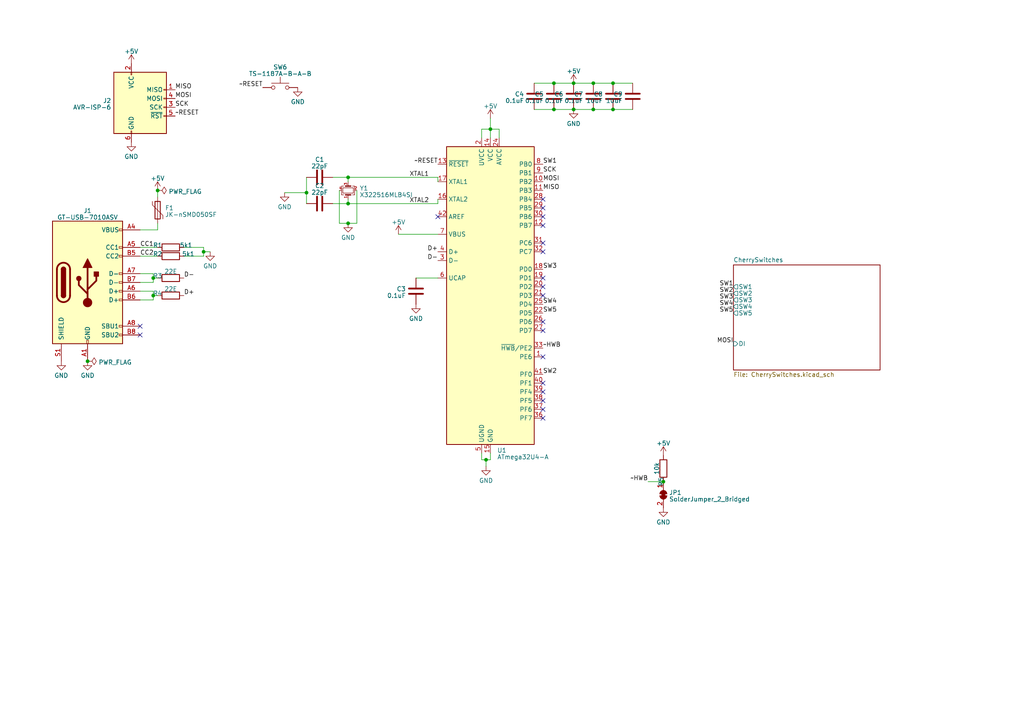
<source format=kicad_sch>
(kicad_sch (version 20230121) (generator eeschema)
  (paper "A4")
  (title_block (title "GO-button") (date "2023-03-08") (rev "1.0.0") (company "GZT") (comment 1 "Author: Gašper Doljak"))
  (lib_symbols
    (symbol "Connector:AVR-ISP-6" (pin_names (offset 1.016))
      (property "Reference" "J" (at -6.35 11.43 0))
      (property "Value" "AVR-ISP-6" (at 0 11.43 0))
      (symbol "AVR-ISP-6_0_1"
        (rectangle (start -2.667 -6.858) (end -2.413 -7.62))
        (rectangle (start -2.667 10.16) (end -2.413 9.398))
        (rectangle (start 7.62 -2.413) (end 6.858 -2.667))
        (rectangle (start 7.62 0.127) (end 6.858 -0.127))
        (rectangle (start 7.62 2.667) (end 6.858 2.413))
        (rectangle (start 7.62 5.207) (end 6.858 4.953))
        (rectangle (start 7.62 10.16) (end -7.62 -7.62) (stroke (width 0.254)) (fill (type background)))
      )
      (symbol "AVR-ISP-6_1_1"
        (pin passive line (at 10.16 5.08 180) (length 2.54) (name "MISO") (number "1"))
        (pin passive line (at -2.54 12.7 270) (length 2.54) (name "VCC") (number "2"))
        (pin passive line (at 10.16 0 180) (length 2.54) (name "SCK") (number "3"))
        (pin passive line (at 10.16 2.54 180) (length 2.54) (name "MOSI") (number "4"))
        (pin passive line (at 10.16 -2.54 180) (length 2.54) (name "~{RST}") (number "5"))
        (pin passive line (at -2.54 -10.16 90) (length 2.54) (name "GND") (number "6"))
      )
    )
    (symbol "Connector:USB_C_Receptacle_USB2.0" (pin_names (offset 1.016))
      (property "Reference" "J" (at -10.16 19.05 0))
      (property "Value" "USB_C_Receptacle_USB2.0" (at 19.05 19.05 0))
      (symbol "USB_C_Receptacle_USB2.0_0_0"
        (rectangle (start -0.254 -17.78) (end 0.254 -16.764))
        (rectangle (start 10.16 -14.986) (end 9.144 -15.494))
        (rectangle (start 10.16 -12.446) (end 9.144 -12.954))
        (rectangle (start 10.16 -4.826) (end 9.144 -5.334))
        (rectangle (start 10.16 -2.286) (end 9.144 -2.794))
        (rectangle (start 10.16 0.254) (end 9.144 -0.254))
        (rectangle (start 10.16 2.794) (end 9.144 2.286))
        (rectangle (start 10.16 7.874) (end 9.144 7.366))
        (rectangle (start 10.16 10.414) (end 9.144 9.906))
        (rectangle (start 10.16 15.494) (end 9.144 14.986))
      )
      (symbol "USB_C_Receptacle_USB2.0_0_1"
        (rectangle (start -10.16 17.78) (end 10.16 -17.78) (stroke (width 0.254)) (fill (type background)))
        (arc (start -8.89 -3.81) (mid -6.985 -5.7067) (end -5.08 -3.81) (stroke (width 0.508)))
        (arc (start -7.62 -3.81) (mid -6.985 -4.4423) (end -6.35 -3.81) (stroke (width 0.254)))
        (arc (start -7.62 -3.81) (mid -6.985 -4.4423) (end -6.35 -3.81) (stroke (width 0.254)) (fill (type outline)))
        (rectangle (start -7.62 -3.81) (end -6.35 3.81) (stroke (width 0.254)) (fill (type outline)))
        (arc (start -6.35 3.81) (mid -6.985 4.4423) (end -7.62 3.81) (stroke (width 0.254)))
        (arc (start -6.35 3.81) (mid -6.985 4.4423) (end -7.62 3.81) (stroke (width 0.254)) (fill (type outline)))
        (arc (start -5.08 3.81) (mid -6.985 5.7067) (end -8.89 3.81) (stroke (width 0.508)))
        (circle (center -2.54 1.143) (radius 0.635) (stroke (width 0.254)) (fill (type outline)))
        (circle (center 0 -5.842) (radius 1.27) (fill (type outline)))
        (polyline (pts (xy -8.89 -3.81) (xy -8.89 3.81)) (stroke (width 0.508)))
        (polyline (pts (xy -5.08 3.81) (xy -5.08 -3.81)) (stroke (width 0.508)))
        (polyline (pts (xy 0 -5.842) (xy 0 4.318)) (stroke (width 0.508)))
        (polyline (pts (xy 0 -3.302) (xy -2.54 -0.762) (xy -2.54 0.508)) (stroke (width 0.508)))
        (polyline (pts (xy 0 -2.032) (xy 2.54 0.508) (xy 2.54 1.778)) (stroke (width 0.508)))
        (polyline (pts (xy -1.27 4.318) (xy 0 6.858) (xy 1.27 4.318) (xy -1.27 4.318)) (stroke (width 0.254)) (fill (type outline)))
        (rectangle (start 1.905 1.778) (end 3.175 3.048) (stroke (width 0.254)) (fill (type outline)))
      )
      (symbol "USB_C_Receptacle_USB2.0_1_1"
        (pin passive line (at 0 -22.86 90) (length 5.08) (name "GND") (number "A1"))
        (pin passive line (at 0 -22.86 90) (length 5.08) hide (name "GND") (number "A12"))
        (pin passive line (at 15.24 15.24 180) (length 5.08) (name "VBUS") (number "A4"))
        (pin bidirectional line (at 15.24 10.16 180) (length 5.08) (name "CC1") (number "A5"))
        (pin bidirectional line (at 15.24 -2.54 180) (length 5.08) (name "D+") (number "A6"))
        (pin bidirectional line (at 15.24 2.54 180) (length 5.08) (name "D-") (number "A7"))
        (pin bidirectional line (at 15.24 -12.7 180) (length 5.08) (name "SBU1") (number "A8"))
        (pin passive line (at 15.24 15.24 180) (length 5.08) hide (name "VBUS") (number "A9"))
        (pin passive line (at 0 -22.86 90) (length 5.08) hide (name "GND") (number "B1"))
        (pin passive line (at 0 -22.86 90) (length 5.08) hide (name "GND") (number "B12"))
        (pin passive line (at 15.24 15.24 180) (length 5.08) hide (name "VBUS") (number "B4"))
        (pin bidirectional line (at 15.24 7.62 180) (length 5.08) (name "CC2") (number "B5"))
        (pin bidirectional line (at 15.24 -5.08 180) (length 5.08) (name "D+") (number "B6"))
        (pin bidirectional line (at 15.24 0 180) (length 5.08) (name "D-") (number "B7"))
        (pin bidirectional line (at 15.24 -15.24 180) (length 5.08) (name "SBU2") (number "B8"))
        (pin passive line (at 15.24 15.24 180) (length 5.08) hide (name "VBUS") (number "B9"))
        (pin passive line (at -7.62 -22.86 90) (length 5.08) (name "SHIELD") (number "S1"))
      )
    )
    (symbol "Device:C" (pin_numbers hide) (pin_names (offset 0.254))
      (property "Reference" "C" (at 0.635 2.54 0))
      (property "Value" "C" (at 0.635 -2.54 0))
      (symbol "C_0_1"
        (polyline (pts (xy -2.032 -0.762) (xy 2.032 -0.762)) (stroke (width 0.508)))
        (polyline (pts (xy -2.032 0.762) (xy 2.032 0.762)) (stroke (width 0.508)))
      )
      (symbol "C_1_1"
        (pin passive line (at 0 3.81 270) (length 2.794) (name "~") (number "1"))
        (pin passive line (at 0 -3.81 90) (length 2.794) (name "~") (number "2"))
      )
    )
    (symbol "Device:Crystal_GND24_Small" (pin_names (offset 1.016) hide)
      (property "Reference" "Y" (at 1.27 4.445 0))
      (property "Value" "Crystal_GND24_Small" (at 1.27 2.54 0))
      (symbol "Crystal_GND24_Small_0_1"
        (rectangle (start -0.762 -1.524) (end 0.762 1.524))
        (polyline (pts (xy -1.27 -0.762) (xy -1.27 0.762)) (stroke (width 0.381)))
        (polyline (pts (xy 1.27 -0.762) (xy 1.27 0.762)) (stroke (width 0.381)))
        (polyline (pts (xy -1.27 -1.27) (xy -1.27 -1.905) (xy 1.27 -1.905) (xy 1.27 -1.27)))
        (polyline (pts (xy -1.27 1.27) (xy -1.27 1.905) (xy 1.27 1.905) (xy 1.27 1.27)))
      )
      (symbol "Crystal_GND24_Small_1_1"
        (pin passive line (at -2.54 0 0) (length 1.27) (name "1") (number "1"))
        (pin passive line (at 0 -2.54 90) (length 0.635) (name "2") (number "2"))
        (pin passive line (at 2.54 0 180) (length 1.27) (name "3") (number "3"))
        (pin passive line (at 0 2.54 270) (length 0.635) (name "4") (number "4"))
      )
    )
    (symbol "Device:Polyfuse" (pin_numbers hide) (pin_names (offset 0))
      (property "Reference" "F" (at -2.54 0 90))
      (property "Value" "Polyfuse" (at 2.54 0 90))
      (symbol "Polyfuse_0_1"
        (rectangle (start -0.762 2.54) (end 0.762 -2.54) (stroke (width 0.254)))
        (polyline (pts (xy 0 2.54) (xy 0 -2.54)))
        (polyline (pts (xy -1.524 2.54) (xy -1.524 1.524) (xy 1.524 -1.524) (xy 1.524 -2.54)))
      )
      (symbol "Polyfuse_1_1"
        (pin passive line (at 0 3.81 270) (length 1.27) (name "~") (number "1"))
        (pin passive line (at 0 -3.81 90) (length 1.27) (name "~") (number "2"))
      )
    )
    (symbol "Device:R" (pin_numbers hide) (pin_names (offset 0))
      (property "Reference" "R" (at 2.032 0 90))
      (property "Value" "R" (at 0 0 90))
      (symbol "R_0_1"
        (rectangle (start -1.016 -2.54) (end 1.016 2.54) (stroke (width 0.254)))
      )
      (symbol "R_1_1"
        (pin passive line (at 0 3.81 270) (length 1.27) (name "~") (number "1"))
        (pin passive line (at 0 -3.81 90) (length 1.27) (name "~") (number "2"))
      )
    )
    (symbol "Jumper:SolderJumper_2_Bridged" (pin_names (offset 0) hide)
      (property "Reference" "JP" (at 0 2.032 0))
      (property "Value" "SolderJumper_2_Bridged" (at 0 -2.54 0))
      (symbol "SolderJumper_2_Bridged_0_1"
        (rectangle (start -0.508 0.508) (end 0.508 -0.508) (fill (type outline)))
        (arc (start -0.254 1.016) (mid -1.2656 0) (end -0.254 -1.016))
        (arc (start -0.254 1.016) (mid -1.2656 0) (end -0.254 -1.016) (fill (type outline)))
        (polyline (pts (xy -0.254 1.016) (xy -0.254 -1.016)))
        (polyline (pts (xy 0.254 1.016) (xy 0.254 -1.016)))
        (arc (start 0.254 -1.016) (mid 1.2656 0) (end 0.254 1.016))
        (arc (start 0.254 -1.016) (mid 1.2656 0) (end 0.254 1.016) (fill (type outline)))
      )
      (symbol "SolderJumper_2_Bridged_1_1"
        (pin passive line (at -3.81 0 0) (length 2.54) (name "A") (number "1"))
        (pin passive line (at 3.81 0 180) (length 2.54) (name "B") (number "2"))
      )
    )
    (symbol "MCU_Microchip_ATmega:ATmega32U4-A"
      (property "Reference" "U" (at -12.7 44.45 0))
      (property "Value" "ATmega32U4-A" (at 2.54 -44.45 0))
      (symbol "ATmega32U4-A_0_1"
        (rectangle (start -12.7 -43.18) (end 12.7 43.18) (stroke (width 0.254)) (fill (type background)))
      )
      (symbol "ATmega32U4-A_1_1"
        (pin bidirectional line (at 15.24 -17.78 180) (length 2.54) (name "PE6") (number "1"))
        (pin bidirectional line (at 15.24 33.02 180) (length 2.54) (name "PB2") (number "10"))
        (pin bidirectional line (at 15.24 30.48 180) (length 2.54) (name "PB3") (number "11"))
        (pin bidirectional line (at 15.24 20.32 180) (length 2.54) (name "PB7") (number "12"))
        (pin input line (at -15.24 38.1 0) (length 2.54) (name "~{RESET}") (number "13"))
        (pin power_in line (at 0 45.72 270) (length 2.54) (name "VCC") (number "14"))
        (pin power_in line (at 0 -45.72 90) (length 2.54) (name "GND") (number "15"))
        (pin output line (at -15.24 27.94 0) (length 2.54) (name "XTAL2") (number "16"))
        (pin input line (at -15.24 33.02 0) (length 2.54) (name "XTAL1") (number "17"))
        (pin bidirectional line (at 15.24 7.62 180) (length 2.54) (name "PD0") (number "18"))
        (pin bidirectional line (at 15.24 5.08 180) (length 2.54) (name "PD1") (number "19"))
        (pin power_in line (at -2.54 45.72 270) (length 2.54) (name "UVCC") (number "2"))
        (pin bidirectional line (at 15.24 2.54 180) (length 2.54) (name "PD2") (number "20"))
        (pin bidirectional line (at 15.24 0 180) (length 2.54) (name "PD3") (number "21"))
        (pin bidirectional line (at 15.24 -5.08 180) (length 2.54) (name "PD5") (number "22"))
        (pin passive line (at 0 -45.72 90) (length 2.54) hide (name "GND") (number "23"))
        (pin power_in line (at 2.54 45.72 270) (length 2.54) (name "AVCC") (number "24"))
        (pin bidirectional line (at 15.24 -2.54 180) (length 2.54) (name "PD4") (number "25"))
        (pin bidirectional line (at 15.24 -7.62 180) (length 2.54) (name "PD6") (number "26"))
        (pin bidirectional line (at 15.24 -10.16 180) (length 2.54) (name "PD7") (number "27"))
        (pin bidirectional line (at 15.24 27.94 180) (length 2.54) (name "PB4") (number "28"))
        (pin bidirectional line (at 15.24 25.4 180) (length 2.54) (name "PB5") (number "29"))
        (pin bidirectional line (at -15.24 10.16 0) (length 2.54) (name "D-") (number "3"))
        (pin bidirectional line (at 15.24 22.86 180) (length 2.54) (name "PB6") (number "30"))
        (pin bidirectional line (at 15.24 15.24 180) (length 2.54) (name "PC6") (number "31"))
        (pin bidirectional line (at 15.24 12.7 180) (length 2.54) (name "PC7") (number "32"))
        (pin bidirectional line (at 15.24 -15.24 180) (length 2.54) (name "~{HWB}/PE2") (number "33"))
        (pin passive line (at 0 45.72 270) (length 2.54) hide (name "VCC") (number "34"))
        (pin passive line (at 0 -45.72 90) (length 2.54) hide (name "GND") (number "35"))
        (pin bidirectional line (at 15.24 -35.56 180) (length 2.54) (name "PF7") (number "36"))
        (pin bidirectional line (at 15.24 -33.02 180) (length 2.54) (name "PF6") (number "37"))
        (pin bidirectional line (at 15.24 -30.48 180) (length 2.54) (name "PF5") (number "38"))
        (pin bidirectional line (at 15.24 -27.94 180) (length 2.54) (name "PF4") (number "39"))
        (pin bidirectional line (at -15.24 12.7 0) (length 2.54) (name "D+") (number "4"))
        (pin bidirectional line (at 15.24 -25.4 180) (length 2.54) (name "PF1") (number "40"))
        (pin bidirectional line (at 15.24 -22.86 180) (length 2.54) (name "PF0") (number "41"))
        (pin passive line (at -15.24 22.86 0) (length 2.54) (name "AREF") (number "42"))
        (pin passive line (at 0 -45.72 90) (length 2.54) hide (name "GND") (number "43"))
        (pin passive line (at 2.54 45.72 270) (length 2.54) hide (name "AVCC") (number "44"))
        (pin passive line (at -2.54 -45.72 90) (length 2.54) (name "UGND") (number "5"))
        (pin passive line (at -15.24 5.08 0) (length 2.54) (name "UCAP") (number "6"))
        (pin input line (at -15.24 17.78 0) (length 2.54) (name "VBUS") (number "7"))
        (pin bidirectional line (at 15.24 38.1 180) (length 2.54) (name "PB0") (number "8"))
        (pin bidirectional line (at 15.24 35.56 180) (length 2.54) (name "PB1") (number "9"))
      )
    )
    (symbol "Switch:SW_Push" (pin_numbers hide) (pin_names (offset 1.016) hide)
      (property "Reference" "SW" (at 1.27 2.54 0))
      (property "Value" "SW_Push" (at 0 -1.524 0))
      (symbol "SW_Push_0_1"
        (circle (center -2.032 0) (radius 0.508))
        (polyline (pts (xy 0 1.27) (xy 0 3.048)))
        (polyline (pts (xy 2.54 1.27) (xy -2.54 1.27)))
        (circle (center 2.032 0) (radius 0.508))
        (pin passive line (at -5.08 0 0) (length 2.54) (name "1") (number "1"))
        (pin passive line (at 5.08 0 180) (length 2.54) (name "2") (number "2"))
      )
    )
    (symbol "power:+5V" (power) (pin_names (offset 0))
      (property "Value" "+5V" (at 0 3.556 0))
      (symbol "+5V_0_1"
        (polyline (pts (xy -0.762 1.27) (xy 0 2.54)))
        (polyline (pts (xy 0 0) (xy 0 2.54)))
        (polyline (pts (xy 0 2.54) (xy 0.762 1.27)))
      )
      (symbol "+5V_1_1"
        (pin power_in line (at 0 0 90) (length 0) hide (name "+5V") (number "1"))
      )
    )
    (symbol "power:GND" (power) (pin_names (offset 0))
      (property "Value" "GND" (at 0 -3.81 0))
      (symbol "GND_0_1"
        (polyline (pts (xy 0 0) (xy 0 -1.27) (xy 1.27 -1.27) (xy 0 -2.54) (xy -1.27 -1.27) (xy 0 -1.27)))
      )
      (symbol "GND_1_1"
        (pin power_in line (at 0 0 270) (length 0) hide (name "GND") (number "1"))
      )
    )
    (symbol "power:PWR_FLAG" (power) (pin_numbers hide) (pin_names (offset 0) hide)
      (property "Value" "PWR_FLAG" (at 0 3.81 0))
      (symbol "PWR_FLAG_0_0"
        (pin power_out line (at 0 0 90) (length 0) (name "pwr") (number "1"))
      )
      (symbol "PWR_FLAG_0_1"
        (polyline (pts (xy 0 0) (xy 0 1.27) (xy -1.016 1.905) (xy 0 2.54) (xy 1.016 1.905) (xy 0 1.27)))
      )
    )
  )
  (junction (at 160.655 31.75))
  (junction (at 177.8 24.13))
  (junction (at 166.37 31.75))
  (junction (at 59.055 73.025))
  (junction (at 192.405 139.7))
  (junction (at 100.965 64.77))
  (junction (at 166.37 24.13))
  (junction (at 140.97 133.35))
  (junction (at 100.965 51.435))
  (junction (at 44.45 85.725))
  (junction (at 172.085 24.13))
  (junction (at 100.965 59.055))
  (junction (at 172.085 31.75))
  (junction (at 25.4 104.775))
  (junction (at 160.655 24.13))
  (junction (at 177.8 31.75))
  (junction (at 142.24 37.465))
  (junction (at 88.9 55.88))
  (junction (at 44.45 80.645))
  (junction (at 45.72 55.245))
  (no_connect (at 157.48 83.185))
  (no_connect (at 157.48 85.725))
  (no_connect (at 157.48 111.125))
  (no_connect (at 157.48 60.325))
  (no_connect (at 157.48 93.345))
  (no_connect (at 157.48 73.025))
  (no_connect (at 157.48 121.285))
  (no_connect (at 157.48 116.205))
  (no_connect (at 157.48 103.505))
  (no_connect (at 157.48 113.665))
  (no_connect (at 157.48 62.865))
  (no_connect (at 157.48 70.485))
  (no_connect (at 127 62.865))
  (no_connect (at 157.48 65.405))
  (no_connect (at 40.64 94.615))
  (no_connect (at 157.48 80.645))
  (no_connect (at 157.48 118.745))
  (no_connect (at 157.48 57.785))
  (no_connect (at 157.48 95.885))
  (no_connect (at 40.64 97.155))
  (wire (pts (xy 139.7 40.005) (xy 139.7 37.465)))
  (wire (pts (xy 44.45 79.375) (xy 44.45 80.645)))
  (wire (pts (xy 45.72 55.245) (xy 45.72 57.15)))
  (wire (pts (xy 88.9 55.88) (xy 82.55 55.88)))
  (wire (pts (xy 40.64 84.455) (xy 44.45 84.455)))
  (wire (pts (xy 40.64 74.295) (xy 45.72 74.295)))
  (wire (pts (xy 40.64 79.375) (xy 44.45 79.375)))
  (wire (pts (xy 142.24 40.005) (xy 142.24 37.465)))
  (wire (pts (xy 142.24 34.29) (xy 142.24 37.465)))
  (wire (pts (xy 44.45 84.455) (xy 44.45 85.725)))
  (wire (pts (xy 96.52 59.055) (xy 100.965 59.055)))
  (wire (pts (xy 96.52 51.435) (xy 100.965 51.435)))
  (wire (pts (xy 177.8 24.13) (xy 183.515 24.13)))
  (wire (pts (xy 115.57 67.945) (xy 127 67.945)))
  (wire (pts (xy 59.055 73.025) (xy 59.055 74.295)))
  (wire (pts (xy 142.24 133.35) (xy 142.24 131.445)))
  (wire (pts (xy 140.97 133.35) (xy 140.97 135.255)))
  (wire (pts (xy 44.45 85.725) (xy 45.72 85.725)))
  (wire (pts (xy 127 51.435) (xy 127 52.705)))
  (wire (pts (xy 127 57.785) (xy 127 59.055)))
  (wire (pts (xy 166.37 24.13) (xy 172.085 24.13)))
  (wire (pts (xy 139.7 133.35) (xy 140.97 133.35)))
  (wire (pts (xy 172.085 31.75) (xy 177.8 31.75)))
  (wire (pts (xy 177.8 31.75) (xy 183.515 31.75)))
  (wire (pts (xy 139.7 37.465) (xy 142.24 37.465)))
  (wire (pts (xy 98.425 64.77) (xy 100.965 64.77)))
  (wire (pts (xy 166.37 31.75) (xy 172.085 31.75)))
  (wire (pts (xy 154.94 24.13) (xy 160.655 24.13)))
  (wire (pts (xy 160.655 24.13) (xy 166.37 24.13)))
  (wire (pts (xy 100.965 51.435) (xy 127 51.435)))
  (wire (pts (xy 88.9 51.435) (xy 88.9 55.88)))
  (wire (pts (xy 100.965 57.785) (xy 100.965 59.055)))
  (wire (pts (xy 59.055 73.025) (xy 60.96 73.025)))
  (wire (pts (xy 144.78 37.465) (xy 144.78 40.005)))
  (wire (pts (xy 44.45 80.645) (xy 44.45 81.915)))
  (wire (pts (xy 100.965 59.055) (xy 127 59.055)))
  (wire (pts (xy 142.24 37.465) (xy 144.78 37.465)))
  (wire (pts (xy 44.45 80.645) (xy 45.72 80.645)))
  (wire (pts (xy 187.96 139.7) (xy 192.405 139.7)))
  (wire (pts (xy 59.055 74.295) (xy 53.34 74.295)))
  (wire (pts (xy 88.9 55.88) (xy 88.9 59.055)))
  (wire (pts (xy 44.45 81.915) (xy 40.64 81.915)))
  (wire (pts (xy 53.34 71.755) (xy 59.055 71.755)))
  (wire (pts (xy 98.425 55.245) (xy 98.425 64.77)))
  (wire (pts (xy 100.965 51.435) (xy 100.965 52.705)))
  (wire (pts (xy 154.94 31.75) (xy 160.655 31.75)))
  (wire (pts (xy 40.64 66.675) (xy 45.72 66.675)))
  (wire (pts (xy 160.655 31.75) (xy 166.37 31.75)))
  (wire (pts (xy 172.085 24.13) (xy 177.8 24.13)))
  (wire (pts (xy 44.45 85.725) (xy 44.45 86.995)))
  (wire (pts (xy 45.72 64.77) (xy 45.72 66.675)))
  (wire (pts (xy 140.97 133.35) (xy 142.24 133.35)))
  (wire (pts (xy 139.7 131.445) (xy 139.7 133.35)))
  (wire (pts (xy 100.965 64.77) (xy 103.505 64.77)))
  (wire (pts (xy 103.505 64.77) (xy 103.505 55.245)))
  (wire (pts (xy 120.65 80.645) (xy 127 80.645)))
  (wire (pts (xy 44.45 86.995) (xy 40.64 86.995)))
  (wire (pts (xy 59.055 71.755) (xy 59.055 73.025)))
  (wire (pts (xy 40.64 71.755) (xy 45.72 71.755)))
  (label "D-" (at 127 75.565 180))
  (label "SCK" (at 157.48 50.165 0))
  (label "SCK" (at 50.8 31.115 0))
  (label "SW3" (at 157.48 78.105 0))
  (label "MISO" (at 157.48 55.245 0))
  (label "XTAL1" (at 118.745 51.435 0))
  (label "D+" (at 53.34 85.725 0))
  (label "~HWB" (at 157.48 100.965 0))
  (label "~RESET" (at 50.8 33.655 0))
  (label "CC1" (at 40.64 71.755 0))
  (label "MOSI" (at 212.725 99.695 180))
  (label "~RESET" (at 127 47.625 180))
  (label "CC2" (at 40.64 74.295 0))
  (label "SW2" (at 212.725 85.09 180))
  (label "SW5" (at 212.725 90.805 180))
  (label "MOSI" (at 50.8 28.575 0))
  (label "SW1" (at 157.48 47.625 0))
  (label "D-" (at 53.34 80.645 0))
  (label "SW4" (at 157.48 88.265 0))
  (label "SW5" (at 157.48 90.805 0))
  (label "~RESET" (at 76.2 25.4 180))
  (label "SW3" (at 212.725 86.995 180))
  (label "SW2" (at 157.48 108.585 0))
  (label "MOSI" (at 157.48 52.705 0))
  (label "SW1" (at 212.725 83.185 180))
  (label "D+" (at 127 73.025 180))
  (label "SW4" (at 212.725 88.9 180))
  (label "~HWB" (at 187.96 139.7 180))
  (label "MISO" (at 50.8 26.035 0))
  (label "XTAL2" (at 118.745 59.055 0))
  (symbol (lib_id "power:GND") (at 140.97 135.255 0) (unit 1)
    (property "Reference" "#PWR012" (effects hide))
    (property "Value" "GND" (at 140.97 139.3905 0))
  )
  (symbol (lib_id "power:GND") (at 25.4 104.775 0) (unit 1)
    (property "Reference" "#PWR02" (effects hide))
    (property "Value" "GND" (at 25.4 108.9105 0))
  )
  (symbol (lib_id "power:GND") (at 17.78 104.775 0) (unit 1)
    (property "Reference" "#PWR01" (effects hide))
    (property "Value" "GND" (at 17.78 108.9105 0))
  )
  (symbol (lib_id "power:GND") (at 166.37 31.75 0) (unit 1)
    (property "Reference" "#PWR015" (effects hide))
    (property "Value" "GND" (at 166.37 35.8855 0))
  )
  (symbol (lib_id "power:GND") (at 100.965 64.77 0) (unit 1)
    (property "Reference" "#PWR09" (effects hide))
    (property "Value" "GND" (at 100.965 68.9055 0))
  )
  (symbol (lib_id "power:+5V") (at 192.405 132.08 0) (unit 1)
    (property "Reference" "#PWR016" (effects hide))
    (property "Value" "+5V" (at 192.405 128.5781 0))
  )
  (symbol (lib_id "Device:C") (at 172.085 27.94 0) (mirror x) (unit 1)
    (property "Reference" "C7" (at 169.164 27.2963 0) (effects (justify right)))
    (property "Value" "0.1uF" (at 169.164 29.2173 0) (effects (justify right)))
    (property "Footprint" "Capacitor_SMD:C_0402_1005Metric" (effects hide))
  )
  (symbol (lib_id "Device:C") (at 154.94 27.94 0) (mirror x) (unit 1)
    (property "Reference" "C4" (at 152.019 27.2963 0) (effects (justify right)))
    (property "Value" "0.1uF" (at 152.019 29.2173 0) (effects (justify right)))
    (property "Footprint" "Capacitor_SMD:C_0402_1005Metric" (effects hide))
  )
  (symbol (lib_id "Connector:AVR-ISP-6") (at 40.64 31.115 0) (unit 1)
    (property "Reference" "J2" (at 32.258 29.2013 0) (effects (justify right)))
    (property "Value" "AVR-ISP-6" (at 32.258 31.1223 0) (effects (justify right)))
    (property "Footprint" "Connector:AVR_ISP_HEADER" (effects hide))
    (property "Datasheet" " ~" (effects hide))
  )
  (symbol (lib_id "Device:R") (at 49.53 85.725 90) (unit 1)
    (property "Reference" "R4" (at 45.72 85.09 90))
    (property "Value" "22E" (at 49.53 83.82 90))
    (property "Footprint" "Resistor_SMD:R_0402_1005Metric" (effects hide))
  )
  (symbol (lib_id "Device:C") (at 177.8 27.94 0) (mirror x) (unit 1)
    (property "Reference" "C8" (at 174.879 27.2963 0) (effects (justify right)))
    (property "Value" "10uF" (at 174.879 29.2173 0) (effects (justify right)))
    (property "Footprint" "Capacitor_SMD:C_0402_1005Metric" (effects hide))
  )
  (symbol (lib_id "Device:C") (at 183.515 27.94 0) (mirror x) (unit 1)
    (property "Reference" "C9" (at 180.594 27.2963 0) (effects (justify right)))
    (property "Value" "10uF" (at 180.594 29.2173 0) (effects (justify right)))
    (property "Footprint" "Capacitor_SMD:C_0402_1005Metric" (effects hide))
  )
  (symbol (lib_id "Device:Crystal_GND24_Small") (at 100.965 55.245 90) (unit 1)
    (property "Reference" "Y1" (at 104.2924 54.6013 90) (effects (justify right)))
    (property "Value" "X322516MLB4SI" (at 104.2924 56.5223 90) (effects (justify right)))
    (property "Footprint" "Crystal:Crystal_SMD_3225-4Pin_3.2x2.5mm" (effects hide))
  )
  (symbol (lib_id "Device:R") (at 49.53 71.755 90) (unit 1)
    (property "Reference" "R1" (at 45.72 71.12 90))
    (property "Value" "5k1" (at 53.975 71.12 90))
    (property "Footprint" "Resistor_SMD:R_0402_1005Metric" (effects hide))
  )
  (symbol (lib_id "power:+5V") (at 166.37 24.13 0) (unit 1)
    (property "Reference" "#PWR014" (effects hide))
    (property "Value" "+5V" (at 166.37 20.6281 0))
  )
  (symbol (lib_id "Device:C") (at 120.65 84.455 0) (mirror x) (unit 1)
    (property "Reference" "C3" (at 117.729 83.8113 0) (effects (justify right)))
    (property "Value" "0.1uF" (at 117.729 85.7323 0) (effects (justify right)))
    (property "Footprint" "Capacitor_SMD:C_0402_1005Metric" (effects hide))
  )
  (symbol (lib_id "power:+5V") (at 115.57 67.945 0) (unit 1)
    (property "Reference" "#PWR010" (effects hide))
    (property "Value" "+5V" (at 115.57 64.4431 0))
  )
  (symbol (lib_id "Device:C") (at 92.71 51.435 90) (unit 1)
    (property "Reference" "C1" (at 92.71 46.2661 90))
    (property "Value" "22pF" (at 92.71 48.1871 90))
    (property "Footprint" "Capacitor_SMD:C_0402_1005Metric" (effects hide))
  )
  (symbol (lib_id "power:+5V") (at 142.24 34.29 0) (unit 1)
    (property "Reference" "#PWR013" (effects hide))
    (property "Value" "+5V" (at 142.24 30.7881 0))
  )
  (symbol (lib_id "power:+5V") (at 38.1 18.415 0) (unit 1)
    (property "Reference" "#PWR03" (effects hide))
    (property "Value" "+5V" (at 38.1 14.9131 0))
  )
  (symbol (lib_id "Device:R") (at 49.53 74.295 90) (unit 1)
    (property "Reference" "R2" (at 45.72 73.66 90))
    (property "Value" "5k1" (at 54.61 73.66 90))
    (property "Footprint" "Resistor_SMD:R_0402_1005Metric" (effects hide))
  )
  (symbol (lib_id "Device:R") (at 49.53 80.645 90) (unit 1)
    (property "Reference" "R3" (at 45.72 80.01 90))
    (property "Value" "22E" (at 49.53 78.74 90))
    (property "Footprint" "Resistor_SMD:R_0402_1005Metric" (effects hide))
  )
  (symbol (lib_id "power:PWR_FLAG") (at 45.72 55.245 270) (unit 1)
    (property "Reference" "#FLG02" (effects hide))
    (property "Value" "PWR_FLAG" (at 48.895 55.5618 90) (effects (justify left)))
  )
  (symbol (lib_id "Connector:USB_C_Receptacle_USB2.0") (at 25.4 81.915 0) (unit 1)
    (property "Reference" "J1" (at 25.4 61.1251 0))
    (property "Value" "GT-USB-7010ASV" (at 25.4 63.0461 0))
    (property "Footprint" "Connector_USB:USB_C_Receptacle_G-Switch_GT-USB-7010ASV" (effects hide))
    (property "Datasheet" "https://www.usb.org/sites/default/files/documents/usb_type-c.zip" (effects hide))
  )
  (symbol (lib_id "Jumper:SolderJumper_2_Bridged") (at 192.405 143.51 270) (unit 1)
    (property "Reference" "JP1" (at 194.056 142.8663 90) (effects (justify left)))
    (property "Value" "SolderJumper_2_Bridged" (at 194.056 144.7873 90) (effects (justify left)))
    (property "Footprint" "Jumper:SolderJumper-2_P1.3mm_Bridged_RoundedPad1.0x1.5mm" (effects hide))
  )
  (symbol (lib_id "power:GND") (at 86.36 25.4 0) (unit 1)
    (property "Reference" "#PWR08" (effects hide))
    (property "Value" "GND" (at 86.36 29.5355 0))
  )
  (symbol (lib_id "Device:Polyfuse") (at 45.72 60.96 0) (unit 1)
    (property "Reference" "F1" (at 47.879 60.3163 0) (effects (justify left)))
    (property "Value" "JK-nSMD050SF" (at 47.879 62.2373 0) (effects (justify left)))
    (property "Footprint" "Fuse:Fuse_1206_3216Metric" (effects hide))
  )
  (symbol (lib_id "Device:R") (at 192.405 135.89 180) (unit 1)
    (property "Reference" "R5" (at 191.77 139.7 90))
    (property "Value" "10k" (at 190.5 135.89 90))
    (property "Footprint" "Resistor_SMD:R_0402_1005Metric" (effects hide))
  )
  (symbol (lib_id "power:GND") (at 120.65 88.265 0) (unit 1)
    (property "Reference" "#PWR011" (effects hide))
    (property "Value" "GND" (at 120.65 92.4005 0))
  )
  (symbol (lib_id "MCU_Microchip_ATmega:ATmega32U4-A") (at 142.24 85.725 0) (unit 1)
    (property "Reference" "U1" (at 144.1959 130.6275 0) (effects (justify left)))
    (property "Value" "ATmega32U4-A" (at 144.1959 132.5485 0) (effects (justify left)))
    (property "Footprint" "Package_DFN_QFN:QFN-44-1EP_7x7mm_P0.5mm_EP5.2x5.2mm_ThermalVias" (effects hide))
    (property "Datasheet" "http://ww1.microchip.com/downloads/en/DeviceDoc/Atmel-7766-8-bit-AVR-ATmega16U4-32U4_Datasheet.pdf" (effects hide))
  )
  (symbol (lib_id "Device:C") (at 166.37 27.94 0) (mirror x) (unit 1)
    (property "Reference" "C6" (at 163.449 27.2963 0) (effects (justify right)))
    (property "Value" "0.1uF" (at 163.449 29.2173 0) (effects (justify right)))
    (property "Footprint" "Capacitor_SMD:C_0402_1005Metric" (effects hide))
  )
  (symbol (lib_id "power:GND") (at 38.1 41.275 0) (unit 1)
    (property "Reference" "#PWR04" (effects hide))
    (property "Value" "GND" (at 38.1 45.4105 0))
  )
  (symbol (lib_id "power:GND") (at 82.55 55.88 0) (unit 1)
    (property "Reference" "#PWR07" (effects hide))
    (property "Value" "GND" (at 82.55 60.0155 0))
  )
  (symbol (lib_id "power:+5V") (at 45.72 55.245 0) (unit 1)
    (property "Reference" "#PWR05" (effects hide))
    (property "Value" "+5V" (at 45.72 51.7431 0))
  )
  (symbol (lib_id "power:GND") (at 192.405 147.32 0) (unit 1)
    (property "Reference" "#PWR017" (effects hide))
    (property "Value" "GND" (at 192.405 151.4555 0))
  )
  (symbol (lib_id "power:PWR_FLAG") (at 25.4 104.775 270) (unit 1)
    (property "Reference" "#FLG01" (effects hide))
    (property "Value" "PWR_FLAG" (at 28.575 105.0918 90) (effects (justify left)))
  )
  (symbol (lib_id "Switch:SW_Push") (at 81.28 25.4 0) (unit 1)
    (property "Reference" "SW6" (at 81.28 19.4691 0))
    (property "Value" "TS-1187A-B-A-B" (at 81.28 21.3901 0))
    (property "Footprint" "Button_Switch_SMD:SW_SPST_TL3342" (effects hide))
  )
  (symbol (lib_id "Device:C") (at 92.71 59.055 90) (unit 1)
    (property "Reference" "C2" (at 92.71 53.8861 90))
    (property "Value" "22pF" (at 92.71 55.8071 90))
    (property "Footprint" "Capacitor_SMD:C_0402_1005Metric" (effects hide))
  )
  (symbol (lib_id "power:GND") (at 60.96 73.025 0) (unit 1)
    (property "Reference" "#PWR06" (effects hide))
    (property "Value" "GND" (at 60.96 77.1605 0))
  )
  (symbol (lib_id "Device:C") (at 160.655 27.94 0) (mirror x) (unit 1)
    (property "Reference" "C5" (at 157.734 27.2963 0) (effects (justify right)))
    (property "Value" "0.1uF" (at 157.734 29.2173 0) (effects (justify right)))
    (property "Footprint" "Capacitor_SMD:C_0402_1005Metric" (effects hide))
  )
  (sheet (at 212.725 76.835) (size 42.545 30.48) (stroke (width 0.1524))
    (property "Sheetname" "CherrySwitches" (at 212.725 76.1234 0) (effects (justify left bottom)))
    (property "Sheetfile" "CherrySwitches.kicad_sch" (at 212.725 107.8996 0) (effects (justify left top)))
    (pin "SW3" output (at 212.725 86.995 180))
    (pin "SW2" output (at 212.725 85.09 180))
    (pin "SW1" output (at 212.725 83.185 180))
    (pin "SW5" output (at 212.725 90.805 180))
    (pin "SW4" output (at 212.725 88.9 180))
    (pin "DI" input (at 212.725 99.695 180))
  )
)
</source>
